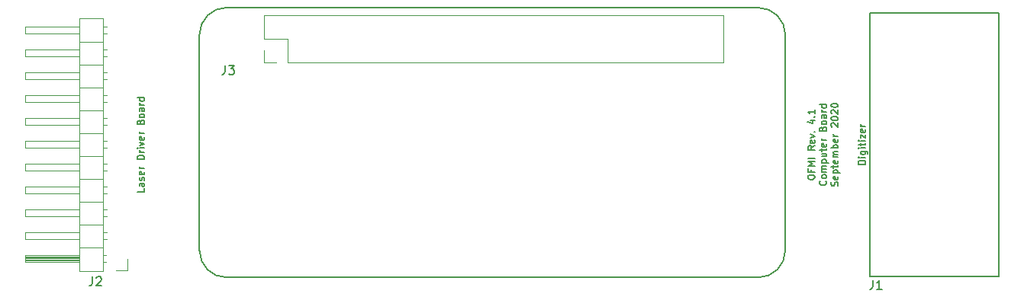
<source format=gbr>
G04 #@! TF.GenerationSoftware,KiCad,Pcbnew,(5.1.5)-3*
G04 #@! TF.CreationDate,2020-09-14T20:00:25-05:00*
G04 #@! TF.ProjectId,computer_board,636f6d70-7574-4657-925f-626f6172642e,4.1*
G04 #@! TF.SameCoordinates,Original*
G04 #@! TF.FileFunction,Legend,Top*
G04 #@! TF.FilePolarity,Positive*
%FSLAX46Y46*%
G04 Gerber Fmt 4.6, Leading zero omitted, Abs format (unit mm)*
G04 Created by KiCad (PCBNEW (5.1.5)-3) date 2020-09-14 20:00:25*
%MOMM*%
%LPD*%
G04 APERTURE LIST*
%ADD10C,0.150000*%
%ADD11C,0.200000*%
%ADD12C,0.203200*%
%ADD13C,0.120000*%
%ADD14C,0.149860*%
G04 APERTURE END LIST*
D10*
X178652714Y-74567142D02*
X177890714Y-74567142D01*
X177890714Y-74385714D01*
X177927000Y-74276857D01*
X177999571Y-74204285D01*
X178072142Y-74168000D01*
X178217285Y-74131714D01*
X178326142Y-74131714D01*
X178471285Y-74168000D01*
X178543857Y-74204285D01*
X178616428Y-74276857D01*
X178652714Y-74385714D01*
X178652714Y-74567142D01*
X178652714Y-73805142D02*
X178144714Y-73805142D01*
X177890714Y-73805142D02*
X177927000Y-73841428D01*
X177963285Y-73805142D01*
X177927000Y-73768857D01*
X177890714Y-73805142D01*
X177963285Y-73805142D01*
X178144714Y-73115714D02*
X178761571Y-73115714D01*
X178834142Y-73152000D01*
X178870428Y-73188285D01*
X178906714Y-73260857D01*
X178906714Y-73369714D01*
X178870428Y-73442285D01*
X178616428Y-73115714D02*
X178652714Y-73188285D01*
X178652714Y-73333428D01*
X178616428Y-73406000D01*
X178580142Y-73442285D01*
X178507571Y-73478571D01*
X178289857Y-73478571D01*
X178217285Y-73442285D01*
X178181000Y-73406000D01*
X178144714Y-73333428D01*
X178144714Y-73188285D01*
X178181000Y-73115714D01*
X178652714Y-72752857D02*
X178144714Y-72752857D01*
X177890714Y-72752857D02*
X177927000Y-72789142D01*
X177963285Y-72752857D01*
X177927000Y-72716571D01*
X177890714Y-72752857D01*
X177963285Y-72752857D01*
X178144714Y-72498857D02*
X178144714Y-72208571D01*
X177890714Y-72390000D02*
X178543857Y-72390000D01*
X178616428Y-72353714D01*
X178652714Y-72281142D01*
X178652714Y-72208571D01*
X178652714Y-71954571D02*
X178144714Y-71954571D01*
X177890714Y-71954571D02*
X177927000Y-71990857D01*
X177963285Y-71954571D01*
X177927000Y-71918285D01*
X177890714Y-71954571D01*
X177963285Y-71954571D01*
X178144714Y-71664285D02*
X178144714Y-71265142D01*
X178652714Y-71664285D01*
X178652714Y-71265142D01*
X178616428Y-70684571D02*
X178652714Y-70757142D01*
X178652714Y-70902285D01*
X178616428Y-70974857D01*
X178543857Y-71011142D01*
X178253571Y-71011142D01*
X178181000Y-70974857D01*
X178144714Y-70902285D01*
X178144714Y-70757142D01*
X178181000Y-70684571D01*
X178253571Y-70648285D01*
X178326142Y-70648285D01*
X178398714Y-71011142D01*
X178652714Y-70321714D02*
X178144714Y-70321714D01*
X178289857Y-70321714D02*
X178217285Y-70285428D01*
X178181000Y-70249142D01*
X178144714Y-70176571D01*
X178144714Y-70104000D01*
X98642714Y-77252285D02*
X98642714Y-77615142D01*
X97880714Y-77615142D01*
X98642714Y-76671714D02*
X98243571Y-76671714D01*
X98171000Y-76708000D01*
X98134714Y-76780571D01*
X98134714Y-76925714D01*
X98171000Y-76998285D01*
X98606428Y-76671714D02*
X98642714Y-76744285D01*
X98642714Y-76925714D01*
X98606428Y-76998285D01*
X98533857Y-77034571D01*
X98461285Y-77034571D01*
X98388714Y-76998285D01*
X98352428Y-76925714D01*
X98352428Y-76744285D01*
X98316142Y-76671714D01*
X98606428Y-76345142D02*
X98642714Y-76272571D01*
X98642714Y-76127428D01*
X98606428Y-76054857D01*
X98533857Y-76018571D01*
X98497571Y-76018571D01*
X98425000Y-76054857D01*
X98388714Y-76127428D01*
X98388714Y-76236285D01*
X98352428Y-76308857D01*
X98279857Y-76345142D01*
X98243571Y-76345142D01*
X98171000Y-76308857D01*
X98134714Y-76236285D01*
X98134714Y-76127428D01*
X98171000Y-76054857D01*
X98606428Y-75401714D02*
X98642714Y-75474285D01*
X98642714Y-75619428D01*
X98606428Y-75692000D01*
X98533857Y-75728285D01*
X98243571Y-75728285D01*
X98171000Y-75692000D01*
X98134714Y-75619428D01*
X98134714Y-75474285D01*
X98171000Y-75401714D01*
X98243571Y-75365428D01*
X98316142Y-75365428D01*
X98388714Y-75728285D01*
X98642714Y-75038857D02*
X98134714Y-75038857D01*
X98279857Y-75038857D02*
X98207285Y-75002571D01*
X98171000Y-74966285D01*
X98134714Y-74893714D01*
X98134714Y-74821142D01*
X98642714Y-73986571D02*
X97880714Y-73986571D01*
X97880714Y-73805142D01*
X97917000Y-73696285D01*
X97989571Y-73623714D01*
X98062142Y-73587428D01*
X98207285Y-73551142D01*
X98316142Y-73551142D01*
X98461285Y-73587428D01*
X98533857Y-73623714D01*
X98606428Y-73696285D01*
X98642714Y-73805142D01*
X98642714Y-73986571D01*
X98642714Y-73224571D02*
X98134714Y-73224571D01*
X98279857Y-73224571D02*
X98207285Y-73188285D01*
X98171000Y-73152000D01*
X98134714Y-73079428D01*
X98134714Y-73006857D01*
X98642714Y-72752857D02*
X98134714Y-72752857D01*
X97880714Y-72752857D02*
X97917000Y-72789142D01*
X97953285Y-72752857D01*
X97917000Y-72716571D01*
X97880714Y-72752857D01*
X97953285Y-72752857D01*
X98134714Y-72462571D02*
X98642714Y-72281142D01*
X98134714Y-72099714D01*
X98606428Y-71519142D02*
X98642714Y-71591714D01*
X98642714Y-71736857D01*
X98606428Y-71809428D01*
X98533857Y-71845714D01*
X98243571Y-71845714D01*
X98171000Y-71809428D01*
X98134714Y-71736857D01*
X98134714Y-71591714D01*
X98171000Y-71519142D01*
X98243571Y-71482857D01*
X98316142Y-71482857D01*
X98388714Y-71845714D01*
X98642714Y-71156285D02*
X98134714Y-71156285D01*
X98279857Y-71156285D02*
X98207285Y-71120000D01*
X98171000Y-71083714D01*
X98134714Y-71011142D01*
X98134714Y-70938571D01*
X98243571Y-69850000D02*
X98279857Y-69741142D01*
X98316142Y-69704857D01*
X98388714Y-69668571D01*
X98497571Y-69668571D01*
X98570142Y-69704857D01*
X98606428Y-69741142D01*
X98642714Y-69813714D01*
X98642714Y-70104000D01*
X97880714Y-70104000D01*
X97880714Y-69850000D01*
X97917000Y-69777428D01*
X97953285Y-69741142D01*
X98025857Y-69704857D01*
X98098428Y-69704857D01*
X98171000Y-69741142D01*
X98207285Y-69777428D01*
X98243571Y-69850000D01*
X98243571Y-70104000D01*
X98642714Y-69233142D02*
X98606428Y-69305714D01*
X98570142Y-69342000D01*
X98497571Y-69378285D01*
X98279857Y-69378285D01*
X98207285Y-69342000D01*
X98171000Y-69305714D01*
X98134714Y-69233142D01*
X98134714Y-69124285D01*
X98171000Y-69051714D01*
X98207285Y-69015428D01*
X98279857Y-68979142D01*
X98497571Y-68979142D01*
X98570142Y-69015428D01*
X98606428Y-69051714D01*
X98642714Y-69124285D01*
X98642714Y-69233142D01*
X98642714Y-68326000D02*
X98243571Y-68326000D01*
X98171000Y-68362285D01*
X98134714Y-68434857D01*
X98134714Y-68580000D01*
X98171000Y-68652571D01*
X98606428Y-68326000D02*
X98642714Y-68398571D01*
X98642714Y-68580000D01*
X98606428Y-68652571D01*
X98533857Y-68688857D01*
X98461285Y-68688857D01*
X98388714Y-68652571D01*
X98352428Y-68580000D01*
X98352428Y-68398571D01*
X98316142Y-68326000D01*
X98642714Y-67963142D02*
X98134714Y-67963142D01*
X98279857Y-67963142D02*
X98207285Y-67926857D01*
X98171000Y-67890571D01*
X98134714Y-67818000D01*
X98134714Y-67745428D01*
X98642714Y-67164857D02*
X97880714Y-67164857D01*
X98606428Y-67164857D02*
X98642714Y-67237428D01*
X98642714Y-67382571D01*
X98606428Y-67455142D01*
X98570142Y-67491428D01*
X98497571Y-67527714D01*
X98279857Y-67527714D01*
X98207285Y-67491428D01*
X98171000Y-67455142D01*
X98134714Y-67382571D01*
X98134714Y-67237428D01*
X98171000Y-67164857D01*
X172279714Y-76073000D02*
X172279714Y-75927857D01*
X172316000Y-75855285D01*
X172388571Y-75782714D01*
X172533714Y-75746428D01*
X172787714Y-75746428D01*
X172932857Y-75782714D01*
X173005428Y-75855285D01*
X173041714Y-75927857D01*
X173041714Y-76073000D01*
X173005428Y-76145571D01*
X172932857Y-76218142D01*
X172787714Y-76254428D01*
X172533714Y-76254428D01*
X172388571Y-76218142D01*
X172316000Y-76145571D01*
X172279714Y-76073000D01*
X172642571Y-75165857D02*
X172642571Y-75419857D01*
X173041714Y-75419857D02*
X172279714Y-75419857D01*
X172279714Y-75057000D01*
X173041714Y-74766714D02*
X172279714Y-74766714D01*
X172824000Y-74512714D01*
X172279714Y-74258714D01*
X173041714Y-74258714D01*
X173041714Y-73895857D02*
X172279714Y-73895857D01*
X173041714Y-72517000D02*
X172678857Y-72771000D01*
X173041714Y-72952428D02*
X172279714Y-72952428D01*
X172279714Y-72662142D01*
X172316000Y-72589571D01*
X172352285Y-72553285D01*
X172424857Y-72517000D01*
X172533714Y-72517000D01*
X172606285Y-72553285D01*
X172642571Y-72589571D01*
X172678857Y-72662142D01*
X172678857Y-72952428D01*
X173005428Y-71900142D02*
X173041714Y-71972714D01*
X173041714Y-72117857D01*
X173005428Y-72190428D01*
X172932857Y-72226714D01*
X172642571Y-72226714D01*
X172570000Y-72190428D01*
X172533714Y-72117857D01*
X172533714Y-71972714D01*
X172570000Y-71900142D01*
X172642571Y-71863857D01*
X172715142Y-71863857D01*
X172787714Y-72226714D01*
X172533714Y-71609857D02*
X173041714Y-71428428D01*
X172533714Y-71247000D01*
X172969142Y-70956714D02*
X173005428Y-70920428D01*
X173041714Y-70956714D01*
X173005428Y-70993000D01*
X172969142Y-70956714D01*
X173041714Y-70956714D01*
X172533714Y-69686714D02*
X173041714Y-69686714D01*
X172243428Y-69868142D02*
X172787714Y-70049571D01*
X172787714Y-69577857D01*
X172969142Y-69287571D02*
X173005428Y-69251285D01*
X173041714Y-69287571D01*
X173005428Y-69323857D01*
X172969142Y-69287571D01*
X173041714Y-69287571D01*
X173041714Y-68525571D02*
X173041714Y-68961000D01*
X173041714Y-68743285D02*
X172279714Y-68743285D01*
X172388571Y-68815857D01*
X172461142Y-68888428D01*
X172497428Y-68961000D01*
X174262142Y-76417714D02*
X174298428Y-76454000D01*
X174334714Y-76562857D01*
X174334714Y-76635428D01*
X174298428Y-76744285D01*
X174225857Y-76816857D01*
X174153285Y-76853142D01*
X174008142Y-76889428D01*
X173899285Y-76889428D01*
X173754142Y-76853142D01*
X173681571Y-76816857D01*
X173609000Y-76744285D01*
X173572714Y-76635428D01*
X173572714Y-76562857D01*
X173609000Y-76454000D01*
X173645285Y-76417714D01*
X174334714Y-75982285D02*
X174298428Y-76054857D01*
X174262142Y-76091142D01*
X174189571Y-76127428D01*
X173971857Y-76127428D01*
X173899285Y-76091142D01*
X173863000Y-76054857D01*
X173826714Y-75982285D01*
X173826714Y-75873428D01*
X173863000Y-75800857D01*
X173899285Y-75764571D01*
X173971857Y-75728285D01*
X174189571Y-75728285D01*
X174262142Y-75764571D01*
X174298428Y-75800857D01*
X174334714Y-75873428D01*
X174334714Y-75982285D01*
X174334714Y-75401714D02*
X173826714Y-75401714D01*
X173899285Y-75401714D02*
X173863000Y-75365428D01*
X173826714Y-75292857D01*
X173826714Y-75184000D01*
X173863000Y-75111428D01*
X173935571Y-75075142D01*
X174334714Y-75075142D01*
X173935571Y-75075142D02*
X173863000Y-75038857D01*
X173826714Y-74966285D01*
X173826714Y-74857428D01*
X173863000Y-74784857D01*
X173935571Y-74748571D01*
X174334714Y-74748571D01*
X173826714Y-74385714D02*
X174588714Y-74385714D01*
X173863000Y-74385714D02*
X173826714Y-74313142D01*
X173826714Y-74168000D01*
X173863000Y-74095428D01*
X173899285Y-74059142D01*
X173971857Y-74022857D01*
X174189571Y-74022857D01*
X174262142Y-74059142D01*
X174298428Y-74095428D01*
X174334714Y-74168000D01*
X174334714Y-74313142D01*
X174298428Y-74385714D01*
X173826714Y-73369714D02*
X174334714Y-73369714D01*
X173826714Y-73696285D02*
X174225857Y-73696285D01*
X174298428Y-73660000D01*
X174334714Y-73587428D01*
X174334714Y-73478571D01*
X174298428Y-73406000D01*
X174262142Y-73369714D01*
X173826714Y-73115714D02*
X173826714Y-72825428D01*
X173572714Y-73006857D02*
X174225857Y-73006857D01*
X174298428Y-72970571D01*
X174334714Y-72898000D01*
X174334714Y-72825428D01*
X174298428Y-72281142D02*
X174334714Y-72353714D01*
X174334714Y-72498857D01*
X174298428Y-72571428D01*
X174225857Y-72607714D01*
X173935571Y-72607714D01*
X173863000Y-72571428D01*
X173826714Y-72498857D01*
X173826714Y-72353714D01*
X173863000Y-72281142D01*
X173935571Y-72244857D01*
X174008142Y-72244857D01*
X174080714Y-72607714D01*
X174334714Y-71918285D02*
X173826714Y-71918285D01*
X173971857Y-71918285D02*
X173899285Y-71882000D01*
X173863000Y-71845714D01*
X173826714Y-71773142D01*
X173826714Y-71700571D01*
X173935571Y-70612000D02*
X173971857Y-70503142D01*
X174008142Y-70466857D01*
X174080714Y-70430571D01*
X174189571Y-70430571D01*
X174262142Y-70466857D01*
X174298428Y-70503142D01*
X174334714Y-70575714D01*
X174334714Y-70866000D01*
X173572714Y-70866000D01*
X173572714Y-70612000D01*
X173609000Y-70539428D01*
X173645285Y-70503142D01*
X173717857Y-70466857D01*
X173790428Y-70466857D01*
X173863000Y-70503142D01*
X173899285Y-70539428D01*
X173935571Y-70612000D01*
X173935571Y-70866000D01*
X174334714Y-69995142D02*
X174298428Y-70067714D01*
X174262142Y-70104000D01*
X174189571Y-70140285D01*
X173971857Y-70140285D01*
X173899285Y-70104000D01*
X173863000Y-70067714D01*
X173826714Y-69995142D01*
X173826714Y-69886285D01*
X173863000Y-69813714D01*
X173899285Y-69777428D01*
X173971857Y-69741142D01*
X174189571Y-69741142D01*
X174262142Y-69777428D01*
X174298428Y-69813714D01*
X174334714Y-69886285D01*
X174334714Y-69995142D01*
X174334714Y-69088000D02*
X173935571Y-69088000D01*
X173863000Y-69124285D01*
X173826714Y-69196857D01*
X173826714Y-69342000D01*
X173863000Y-69414571D01*
X174298428Y-69088000D02*
X174334714Y-69160571D01*
X174334714Y-69342000D01*
X174298428Y-69414571D01*
X174225857Y-69450857D01*
X174153285Y-69450857D01*
X174080714Y-69414571D01*
X174044428Y-69342000D01*
X174044428Y-69160571D01*
X174008142Y-69088000D01*
X174334714Y-68725142D02*
X173826714Y-68725142D01*
X173971857Y-68725142D02*
X173899285Y-68688857D01*
X173863000Y-68652571D01*
X173826714Y-68580000D01*
X173826714Y-68507428D01*
X174334714Y-67926857D02*
X173572714Y-67926857D01*
X174298428Y-67926857D02*
X174334714Y-67999428D01*
X174334714Y-68144571D01*
X174298428Y-68217142D01*
X174262142Y-68253428D01*
X174189571Y-68289714D01*
X173971857Y-68289714D01*
X173899285Y-68253428D01*
X173863000Y-68217142D01*
X173826714Y-68144571D01*
X173826714Y-67999428D01*
X173863000Y-67926857D01*
X175591428Y-76980142D02*
X175627714Y-76871285D01*
X175627714Y-76689857D01*
X175591428Y-76617285D01*
X175555142Y-76581000D01*
X175482571Y-76544714D01*
X175410000Y-76544714D01*
X175337428Y-76581000D01*
X175301142Y-76617285D01*
X175264857Y-76689857D01*
X175228571Y-76835000D01*
X175192285Y-76907571D01*
X175156000Y-76943857D01*
X175083428Y-76980142D01*
X175010857Y-76980142D01*
X174938285Y-76943857D01*
X174902000Y-76907571D01*
X174865714Y-76835000D01*
X174865714Y-76653571D01*
X174902000Y-76544714D01*
X175591428Y-75927857D02*
X175627714Y-76000428D01*
X175627714Y-76145571D01*
X175591428Y-76218142D01*
X175518857Y-76254428D01*
X175228571Y-76254428D01*
X175156000Y-76218142D01*
X175119714Y-76145571D01*
X175119714Y-76000428D01*
X175156000Y-75927857D01*
X175228571Y-75891571D01*
X175301142Y-75891571D01*
X175373714Y-76254428D01*
X175119714Y-75565000D02*
X175881714Y-75565000D01*
X175156000Y-75565000D02*
X175119714Y-75492428D01*
X175119714Y-75347285D01*
X175156000Y-75274714D01*
X175192285Y-75238428D01*
X175264857Y-75202142D01*
X175482571Y-75202142D01*
X175555142Y-75238428D01*
X175591428Y-75274714D01*
X175627714Y-75347285D01*
X175627714Y-75492428D01*
X175591428Y-75565000D01*
X175119714Y-74984428D02*
X175119714Y-74694142D01*
X174865714Y-74875571D02*
X175518857Y-74875571D01*
X175591428Y-74839285D01*
X175627714Y-74766714D01*
X175627714Y-74694142D01*
X175591428Y-74149857D02*
X175627714Y-74222428D01*
X175627714Y-74367571D01*
X175591428Y-74440142D01*
X175518857Y-74476428D01*
X175228571Y-74476428D01*
X175156000Y-74440142D01*
X175119714Y-74367571D01*
X175119714Y-74222428D01*
X175156000Y-74149857D01*
X175228571Y-74113571D01*
X175301142Y-74113571D01*
X175373714Y-74476428D01*
X175627714Y-73787000D02*
X175119714Y-73787000D01*
X175192285Y-73787000D02*
X175156000Y-73750714D01*
X175119714Y-73678142D01*
X175119714Y-73569285D01*
X175156000Y-73496714D01*
X175228571Y-73460428D01*
X175627714Y-73460428D01*
X175228571Y-73460428D02*
X175156000Y-73424142D01*
X175119714Y-73351571D01*
X175119714Y-73242714D01*
X175156000Y-73170142D01*
X175228571Y-73133857D01*
X175627714Y-73133857D01*
X175627714Y-72771000D02*
X174865714Y-72771000D01*
X175156000Y-72771000D02*
X175119714Y-72698428D01*
X175119714Y-72553285D01*
X175156000Y-72480714D01*
X175192285Y-72444428D01*
X175264857Y-72408142D01*
X175482571Y-72408142D01*
X175555142Y-72444428D01*
X175591428Y-72480714D01*
X175627714Y-72553285D01*
X175627714Y-72698428D01*
X175591428Y-72771000D01*
X175591428Y-71791285D02*
X175627714Y-71863857D01*
X175627714Y-72009000D01*
X175591428Y-72081571D01*
X175518857Y-72117857D01*
X175228571Y-72117857D01*
X175156000Y-72081571D01*
X175119714Y-72009000D01*
X175119714Y-71863857D01*
X175156000Y-71791285D01*
X175228571Y-71755000D01*
X175301142Y-71755000D01*
X175373714Y-72117857D01*
X175627714Y-71428428D02*
X175119714Y-71428428D01*
X175264857Y-71428428D02*
X175192285Y-71392142D01*
X175156000Y-71355857D01*
X175119714Y-71283285D01*
X175119714Y-71210714D01*
X174938285Y-70412428D02*
X174902000Y-70376142D01*
X174865714Y-70303571D01*
X174865714Y-70122142D01*
X174902000Y-70049571D01*
X174938285Y-70013285D01*
X175010857Y-69977000D01*
X175083428Y-69977000D01*
X175192285Y-70013285D01*
X175627714Y-70448714D01*
X175627714Y-69977000D01*
X174865714Y-69505285D02*
X174865714Y-69432714D01*
X174902000Y-69360142D01*
X174938285Y-69323857D01*
X175010857Y-69287571D01*
X175156000Y-69251285D01*
X175337428Y-69251285D01*
X175482571Y-69287571D01*
X175555142Y-69323857D01*
X175591428Y-69360142D01*
X175627714Y-69432714D01*
X175627714Y-69505285D01*
X175591428Y-69577857D01*
X175555142Y-69614142D01*
X175482571Y-69650428D01*
X175337428Y-69686714D01*
X175156000Y-69686714D01*
X175010857Y-69650428D01*
X174938285Y-69614142D01*
X174902000Y-69577857D01*
X174865714Y-69505285D01*
X174938285Y-68961000D02*
X174902000Y-68924714D01*
X174865714Y-68852142D01*
X174865714Y-68670714D01*
X174902000Y-68598142D01*
X174938285Y-68561857D01*
X175010857Y-68525571D01*
X175083428Y-68525571D01*
X175192285Y-68561857D01*
X175627714Y-68997285D01*
X175627714Y-68525571D01*
X174865714Y-68053857D02*
X174865714Y-67981285D01*
X174902000Y-67908714D01*
X174938285Y-67872428D01*
X175010857Y-67836142D01*
X175156000Y-67799857D01*
X175337428Y-67799857D01*
X175482571Y-67836142D01*
X175555142Y-67872428D01*
X175591428Y-67908714D01*
X175627714Y-67981285D01*
X175627714Y-68053857D01*
X175591428Y-68126428D01*
X175555142Y-68162714D01*
X175482571Y-68199000D01*
X175337428Y-68235285D01*
X175156000Y-68235285D01*
X175010857Y-68199000D01*
X174938285Y-68162714D01*
X174902000Y-68126428D01*
X174865714Y-68053857D01*
D11*
X193490000Y-87064000D02*
X193490000Y-57716000D01*
X179195000Y-87064000D02*
X193490000Y-87064000D01*
X179195000Y-57716000D02*
X179195000Y-87064000D01*
X193490000Y-57716000D02*
X179195000Y-57716000D01*
D12*
X169774998Y-60150000D02*
X169774999Y-84150000D01*
X104775000Y-84149999D02*
X104775000Y-60150000D01*
X166774998Y-87150000D02*
X107775000Y-87149999D01*
X169774999Y-84150001D02*
G75*
G02X166774998Y-87150000I-3000000J1D01*
G01*
X104775000Y-60150000D02*
G75*
G02X107775000Y-57150000I3000000J0D01*
G01*
X166774998Y-57150000D02*
G75*
G02X169774998Y-60150000I0J-3000000D01*
G01*
X107775000Y-57150000D02*
X166774998Y-57150000D01*
X107774999Y-87150000D02*
G75*
G02X104775000Y-84149999I1J3000000D01*
G01*
D13*
X162867600Y-63208800D02*
X162867600Y-58008800D01*
X114547600Y-63208800D02*
X162867600Y-63208800D01*
X111947600Y-58008800D02*
X162867600Y-58008800D01*
X114547600Y-63208800D02*
X114547600Y-60608800D01*
X114547600Y-60608800D02*
X111947600Y-60608800D01*
X111947600Y-60608800D02*
X111947600Y-58008800D01*
X113277600Y-63208800D02*
X111947600Y-63208800D01*
X111947600Y-63208800D02*
X111947600Y-61878800D01*
X96774000Y-86360000D02*
X95504000Y-86360000D01*
X96774000Y-85090000D02*
X96774000Y-86360000D01*
X94461071Y-59310000D02*
X94064000Y-59310000D01*
X94461071Y-60070000D02*
X94064000Y-60070000D01*
X85404000Y-59310000D02*
X91404000Y-59310000D01*
X85404000Y-60070000D02*
X85404000Y-59310000D01*
X91404000Y-60070000D02*
X85404000Y-60070000D01*
X94064000Y-60960000D02*
X91404000Y-60960000D01*
X94461071Y-61850000D02*
X94064000Y-61850000D01*
X94461071Y-62610000D02*
X94064000Y-62610000D01*
X85404000Y-61850000D02*
X91404000Y-61850000D01*
X85404000Y-62610000D02*
X85404000Y-61850000D01*
X91404000Y-62610000D02*
X85404000Y-62610000D01*
X94064000Y-63500000D02*
X91404000Y-63500000D01*
X94461071Y-64390000D02*
X94064000Y-64390000D01*
X94461071Y-65150000D02*
X94064000Y-65150000D01*
X85404000Y-64390000D02*
X91404000Y-64390000D01*
X85404000Y-65150000D02*
X85404000Y-64390000D01*
X91404000Y-65150000D02*
X85404000Y-65150000D01*
X94064000Y-66040000D02*
X91404000Y-66040000D01*
X94461071Y-66930000D02*
X94064000Y-66930000D01*
X94461071Y-67690000D02*
X94064000Y-67690000D01*
X85404000Y-66930000D02*
X91404000Y-66930000D01*
X85404000Y-67690000D02*
X85404000Y-66930000D01*
X91404000Y-67690000D02*
X85404000Y-67690000D01*
X94064000Y-68580000D02*
X91404000Y-68580000D01*
X94461071Y-69470000D02*
X94064000Y-69470000D01*
X94461071Y-70230000D02*
X94064000Y-70230000D01*
X85404000Y-69470000D02*
X91404000Y-69470000D01*
X85404000Y-70230000D02*
X85404000Y-69470000D01*
X91404000Y-70230000D02*
X85404000Y-70230000D01*
X94064000Y-71120000D02*
X91404000Y-71120000D01*
X94461071Y-72010000D02*
X94064000Y-72010000D01*
X94461071Y-72770000D02*
X94064000Y-72770000D01*
X85404000Y-72010000D02*
X91404000Y-72010000D01*
X85404000Y-72770000D02*
X85404000Y-72010000D01*
X91404000Y-72770000D02*
X85404000Y-72770000D01*
X94064000Y-73660000D02*
X91404000Y-73660000D01*
X94461071Y-74550000D02*
X94064000Y-74550000D01*
X94461071Y-75310000D02*
X94064000Y-75310000D01*
X85404000Y-74550000D02*
X91404000Y-74550000D01*
X85404000Y-75310000D02*
X85404000Y-74550000D01*
X91404000Y-75310000D02*
X85404000Y-75310000D01*
X94064000Y-76200000D02*
X91404000Y-76200000D01*
X94461071Y-77090000D02*
X94064000Y-77090000D01*
X94461071Y-77850000D02*
X94064000Y-77850000D01*
X85404000Y-77090000D02*
X91404000Y-77090000D01*
X85404000Y-77850000D02*
X85404000Y-77090000D01*
X91404000Y-77850000D02*
X85404000Y-77850000D01*
X94064000Y-78740000D02*
X91404000Y-78740000D01*
X94461071Y-79630000D02*
X94064000Y-79630000D01*
X94461071Y-80390000D02*
X94064000Y-80390000D01*
X85404000Y-79630000D02*
X91404000Y-79630000D01*
X85404000Y-80390000D02*
X85404000Y-79630000D01*
X91404000Y-80390000D02*
X85404000Y-80390000D01*
X94064000Y-81280000D02*
X91404000Y-81280000D01*
X94461071Y-82170000D02*
X94064000Y-82170000D01*
X94461071Y-82930000D02*
X94064000Y-82930000D01*
X85404000Y-82170000D02*
X91404000Y-82170000D01*
X85404000Y-82930000D02*
X85404000Y-82170000D01*
X91404000Y-82930000D02*
X85404000Y-82930000D01*
X94064000Y-83820000D02*
X91404000Y-83820000D01*
X94394000Y-84710000D02*
X94064000Y-84710000D01*
X94394000Y-85470000D02*
X94064000Y-85470000D01*
X91404000Y-84810000D02*
X85404000Y-84810000D01*
X91404000Y-84930000D02*
X85404000Y-84930000D01*
X91404000Y-85050000D02*
X85404000Y-85050000D01*
X91404000Y-85170000D02*
X85404000Y-85170000D01*
X91404000Y-85290000D02*
X85404000Y-85290000D01*
X91404000Y-85410000D02*
X85404000Y-85410000D01*
X85404000Y-84710000D02*
X91404000Y-84710000D01*
X85404000Y-85470000D02*
X85404000Y-84710000D01*
X91404000Y-85470000D02*
X85404000Y-85470000D01*
X91404000Y-86420000D02*
X94064000Y-86420000D01*
X91404000Y-58360000D02*
X91404000Y-86420000D01*
X94064000Y-58360000D02*
X91404000Y-58360000D01*
X94064000Y-86420000D02*
X94064000Y-58360000D01*
D14*
X179498667Y-87463382D02*
X179498667Y-88177666D01*
X179451048Y-88320523D01*
X179355810Y-88415761D01*
X179212953Y-88463380D01*
X179117715Y-88463380D01*
X180498665Y-88463380D02*
X179927237Y-88463380D01*
X180212951Y-88463380D02*
X180212951Y-87463382D01*
X180117713Y-87606238D01*
X180022475Y-87701476D01*
X179927237Y-87749095D01*
D10*
X107616666Y-63587380D02*
X107616666Y-64301666D01*
X107569047Y-64444523D01*
X107473809Y-64539761D01*
X107330952Y-64587380D01*
X107235714Y-64587380D01*
X107997619Y-63587380D02*
X108616666Y-63587380D01*
X108283333Y-63968333D01*
X108426190Y-63968333D01*
X108521428Y-64015952D01*
X108569047Y-64063571D01*
X108616666Y-64158809D01*
X108616666Y-64396904D01*
X108569047Y-64492142D01*
X108521428Y-64539761D01*
X108426190Y-64587380D01*
X108140476Y-64587380D01*
X108045238Y-64539761D01*
X107997619Y-64492142D01*
X92884666Y-87082380D02*
X92884666Y-87796666D01*
X92837047Y-87939523D01*
X92741809Y-88034761D01*
X92598952Y-88082380D01*
X92503714Y-88082380D01*
X93313238Y-87177619D02*
X93360857Y-87130000D01*
X93456095Y-87082380D01*
X93694190Y-87082380D01*
X93789428Y-87130000D01*
X93837047Y-87177619D01*
X93884666Y-87272857D01*
X93884666Y-87368095D01*
X93837047Y-87510952D01*
X93265619Y-88082380D01*
X93884666Y-88082380D01*
M02*

</source>
